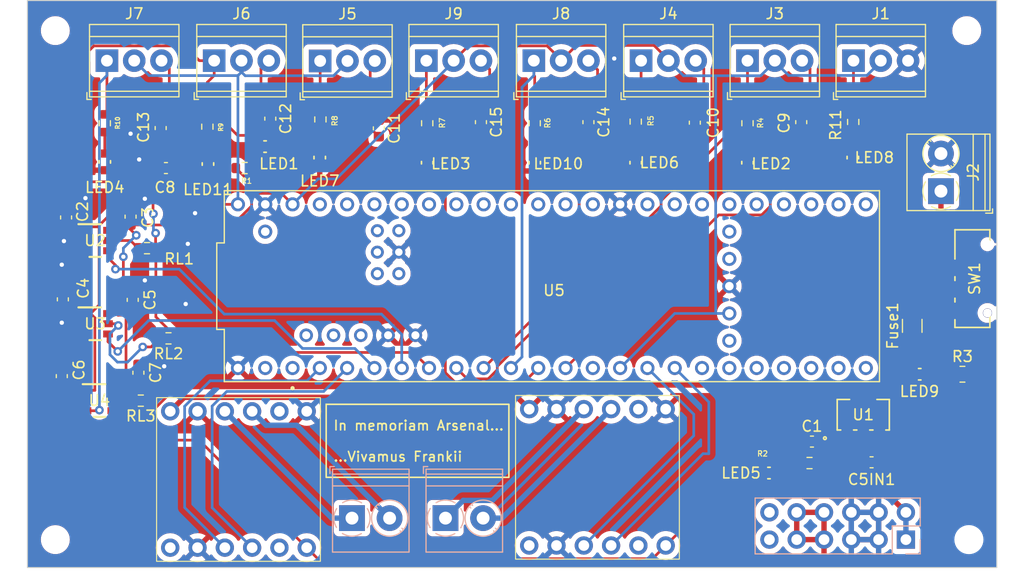
<source format=kicad_pcb>
(kicad_pcb (version 20221018) (generator pcbnew)
  (layers (0 "F.Cu" signal) (31 "B.Cu" signal) (34 "B.Paste" user) (35 "F.Paste" user) (36 "B.SilkS" user "B.Silkscreen") (37 "F.SilkS" user "F.Silkscreen") (38 "B.Mask" user) (39 "F.Mask" user) (44 "Edge.Cuts" user))
  (net 0 "")
  (net 1 "GND")
  (net 2 "+5V")
  (net 3 "+3.3V")
  (net 4 "+9V")
  (net 5 "Net-(J3-Pin_3)")
  (net 6 "Net-(J4-Pin_3)")
  (net 7 "Net-(J5-Pin_3)")
  (net 8 "Net-(J6-Pin_3)")
  (net 9 "Net-(J7-Pin_3)")
  (net 10 "Net-(J8-Pin_3)")
  (net 11 "Net-(J9-Pin_3)")
  (net 12 "+12V")
  (net 13 "Net-(Fuse1-Pad2)")
  (net 14 "SM")
  (net 15 "Net-(J2-Pad1)")
  (net 16 "LS1")
  (net 17 "LS2")
  (net 18 "IR5v1")
  (net 19 "IR5v2")
  (net 20 "IR5v3")
  (net 21 "LS3")
  (net 22 "LS4")
  (net 23 "RM1")
  (net 24 "RM2")
  (net 25 "LM1")
  (net 26 "LM2")
  (net 27 "Net-(LED1-Pad1)")
  (net 28 "Net-(LED2-Pad1)")
  (net 29 "Net-(LED3-Pad1)")
  (net 30 "Net-(LED4-Pad1)")
  (net 31 "Net-(LED5-Pad1)")
  (net 32 "Net-(LED6-Pad1)")
  (net 33 "Net-(LED7-Pad1)")
  (net 34 "Net-(LED8-Pad1)")
  (net 35 "Net-(LED9-Pad1)")
  (net 36 "Net-(LED10-Pad1)")
  (net 37 "Net-(LED11-Pad1)")
  (net 39 "IR3v1")
  (net 40 "IR3v2")
  (net 41 "IR3v3")
  (net 66 "RIN1")
  (net 67 "RIN2")
  (net 68 "LIN1")
  (net 69 "LIN2")
  (net 96 "Net-(U2-DIR)")
  (net 97 "Net-(U3-DIR)")
  (net 98 "Net-(U4-DIR)")
  (footprint "Resistor_SMD:R_0603_1608Metric" (layer "F.Cu") (at 145.8717 83.7661 90)
    (fp_text reference "R6")
    (fp_text value "68ohm")
  )
  (footprint "sn74 logic shifter:DBV0006A_L" (layer "F.Cu") (at 104.9717 94.6911)
    (fp_text reference "U2")
    (fp_text value "SN74LVC1T45DBVR")
  )
  (footprint "custom stuff:pololu drv8256p" (layer "F.Cu") (at 139.0117 116.7411 90)
    (fp_text reference "DRV8256P2" hide)
    (fp_text value "~")
  )
  (footprint "TerminalBlock_TE-Connectivity:TerminalBlock_TE_282834-3_1x03_P2.54mm_Horizontal" (layer "F.Cu") (at 116.0517 77.9411)
    (fp_text reference "J6")
    (fp_text value "Screw_Terminal_01x03")
  )
  (footprint "LTST_C191KRKT:LED_LTST-C191KRKT_LTO" (layer "F.Cu") (at 145.8717 87.4411 -90)
    (fp_text reference "LED10")
    (fp_text value "LTST-C191KRKT")
  )
  (footprint "LTST_C191KRKT:LED_LTST-C191KRKT_LTO" (layer "F.Cu") (at 175.4717 86.9664 -90)
    (fp_text reference "LED8")
    (fp_text value "LTST-C191KRKT")
  )
  (footprint "Resistor_SMD:R_0603_1608Metric" (layer "F.Cu") (at 109.225 109.6 180)
    (fp_text reference "RL3")
    (fp_text value "200")
  )
  (footprint "Capacitor_SMD:C_0603_1608Metric" (layer "F.Cu") (at 101.9717 100.1661 -90)
    (fp_text reference "C4")
    (fp_text value "0.1uF")
  )
  (footprint "css1210tb slide switch:CSS-1210TB_NDC" (layer "F.Cu") (at 186.5988 98.2362 90)
    (fp_text reference "SW1")
    (fp_text value "CSS-1210TB")
  )
  (footprint "MountingHole:MountingHole_2.2mm_M2" (layer "F.Cu") (at 186.0717 75.1411)
    (fp_text reference "H4" hide)
    (fp_text value "MountingHole")
  )
  (footprint "Resistor_SMD:R_0805_2012Metric" (layer "F.Cu") (at 185.6717 107.1411)
    (fp_text reference "R3")
    (fp_text value "350ohm")
  )
  (footprint "Capacitor_SMD:C_0603_1608Metric" (layer "F.Cu") (at 101.8717 107.3161 -90)
    (fp_text reference "C6")
    (fp_text value "0.1uF")
  )
  (footprint "LTST_C191KRKT:LED_LTST-C191KRKT_LTO" (layer "F.Cu") (at 135.8717 87.4411 -90)
    (fp_text reference "LED3")
    (fp_text value "LTST-C191KRKT")
  )
  (footprint "Capacitor_SMD:C_0603_1608Metric" (layer "F.Cu") (at 160.7717 83.7161 -90)
    (fp_text reference "C10")
    (fp_text value "0.1uF")
  )
  (footprint "TerminalBlock_TE-Connectivity:TerminalBlock_TE_282834-3_1x03_P2.54mm_Horizontal" (layer "F.Cu") (at 106.0717 77.9411)
    (fp_text reference "J7")
    (fp_text value "Screw_Terminal_01x03")
  )
  (footprint "Capacitor_SMD:C_0603_1608Metric" (layer "F.Cu") (at 140.8717 83.6661 -90)
    (fp_text reference "C15")
    (fp_text value "0.1uF")
  )
  (footprint "Capacitor_SMD:C_0603_1608Metric" (layer "F.Cu") (at 121.2717 83.3411 -90)
    (fp_text reference "C12")
    (fp_text value "0.1uF")
  )
  (footprint "TerminalBlock_TE-Connectivity:TerminalBlock_TE_282834-3_1x03_P2.54mm_Horizontal" (layer "F.Cu") (at 155.7717 77.9411)
    (fp_text reference "J4")
    (fp_text value "Screw_Terminal_01x03")
  )
  (footprint "MountingHole:MountingHole_2.2mm_M2" (layer "F.Cu") (at 101.2717 75.1411)
    (fp_text reference "H1" hide)
    (fp_text value "MountingHole")
  )
  (footprint "Resistor_SMD:R_0603_1608Metric" (layer "F.Cu") (at 125.9333 83.4137 90)
    (fp_text reference "R8")
    (fp_text value "150ohm")
  )
  (footprint "Resistor_SMD:R_0603_1608Metric" (layer "F.Cu") (at 175.5065 83.6487 90)
    (fp_text reference "R11")
    (fp_text value "68ohm")
  )
  (footprint "Capacitor_SMD:C_0603_1608Metric" (layer "F.Cu") (at 102.2717 92.5411 -90)
    (fp_text reference "C2")
    (fp_text value "0.1uF")
  )
  (footprint "Capacitor_SMD:C_0603_1608Metric" (layer "F.Cu") (at 171.6682 113.4125)
    (fp_text reference "C1")
    (fp_text value "0.1uF")
  )
  (footprint "Resistor_SMD:R_0603_1608Metric" (layer "F.Cu") (at 115.4161 84.0887 90)
    (fp_text reference "R9")
    (fp_text value "150ohm")
  )
  (footprint "LTST_C191KRKT:LED_LTST-C191KRKT_LTO" (layer "F.Cu") (at 167.6717 116.3411 180)
    (fp_text reference "LED5")
    (fp_text value "LTST-C191KRKT")
  )
  (footprint "Capacitor_SMD:C_0603_1608Metric" (layer "F.Cu") (at 109 107 90)
    (fp_text reference "C7")
    (fp_text value "0.1uF")
  )
  (footprint "TerminalBlock_TE-Connectivity:TerminalBlock_TE_282834-3_1x03_P2.54mm_Horizontal" (layer "F.Cu") (at 145.7917 77.9411)
    (fp_text reference "J8")
    (fp_text value "Screw_Terminal_01x03")
  )
  (footprint "Capacitor_SMD:C_0603_1608Metric" (layer "F.Cu") (at 131.3717 84.2414 -90)
    (fp_text reference "C11")
    (fp_text value "0.1uF")
  )
  (footprint "TerminalBlock_Phoenix:TerminalBlock_Phoenix_PT-1,5-2-3.5-H_1x02_P3.50mm_Horizontal" (layer "F.Cu") (at 183.6717 90.0911 90)
    (fp_text reference "J2")
    (fp_text value "Screw_Terminal_01x02")
  )
  (footprint "Capacitor_SMD:C_0603_1608Metric" (layer "F.Cu") (at 111.5617 87.9411 180)
    (fp_text reference "C8")
    (fp_text value "0.1uF")
  )
  (footprint "5vldo:SOT89_B8D_DIO" (layer "F.Cu") (at 176.4432 110.9125)
    (fp_text reference "U1")
    (fp_text value "AS78L05RTR-E1")
  )
  (footprint "Resistor_SMD:R_0603_1608Metric" (layer "F.Cu") (at 135.8717 83.7661 90)
    (fp_text reference "R7")
    (fp_text value "68ohm")
  )
  (footprint "Capacitor_SMD:C_0603_1608Metric" (layer "F.Cu") (at 111.0717 84.2161 -90)
    (fp_text reference "C13")
    (fp_text value "0.1uF")
  )
  (footprint "Capacitor_SMD:C_0603_1608Metric" (layer "F.Cu") (at 150.8717 83.6661 -90)
    (fp_text reference "C14")
    (fp_text value "0.1uF")
  )
  (footprint "sn74 logic shifter:DBV0006A_L" (layer "F.Cu") (at 104.9717 102.4411)
    (fp_text reference "U3")
    (fp_text value "SN74LVC1T45DBVR")
  )
  (footprint "Resistor_SMD:R_0603_1608Metric" (layer "F.Cu") (at 155.2717 83.6161 90)
    (fp_text reference "R5")
    (fp_text value "68ohm")
  )
  (footprint "sn74 logic shifter:DBV0006A_L" (layer "F.Cu") (at 105.3717 109.5911)
    (fp_text reference "U4")
    (fp_text value "SN74LVC1T45DBVR")
  )
  (footprint "Resistor_SMD:R_0603_1608Metric" (layer "F.Cu") (at 105.8717 83.7667 90)
    (fp_text reference "R10")
    (fp_text value "150ohm")
  )
  (footprint "TerminalBlock_TE-Connectivity:TerminalBlock_TE_282834-3_1x03_P2.54mm_Horizontal" (layer "F.Cu") (at 165.6717 77.9411)
    (fp_text reference "J3")
    (fp_text value "Screw_Terminal_01x03")
  )
  (footprint "LTST_C191KRKT:LED_LTST-C191KRKT_LTO" (layer "F.Cu") (at 105.8717 87.3664 -90)
    (fp_text reference "LED4")
    (fp_text value "LTST-C191KRKT")
  )
  (footprint "LTST_C191KRKT:LED_LTST-C191KRKT_LTO" (layer "F.Cu") (at 165.6717 87.4411 -90)
    (fp_text reference "LED2")
    (fp_text value "LTST-C191KRKT")
  )
  (footprint "MountingHole:MountingHole_2.2mm_M2" (layer "F.Cu") (at 186.2717 122.5411)
    (fp_text reference "H3" hide)
    (fp_text value "MountingHole")
  )
  (footprint "Resistor_SMD:R_0603_1608Metric" (layer "F.Cu") (at 171.4432 115.4125)
    (fp_text reference "R2")
    (fp_text value "150ohm")
  )
  (footprint "TerminalBlock_TE-Connectivity:TerminalBlock_TE_282834-3_1x03_P2.54mm_Horizontal" (layer "F.Cu") (at 125.9117 77.9664)
    (fp_text reference "J5")
    (fp_text value "Screw_Terminal_01x03")
  )
  (footprint "Capacitor_SMD:C_0603_1608Metric" (layer "F.Cu") (at 170.6717 83.6661 -90)
    (fp_text reference "C9")
    (fp_text value "0.1uF")
  )
  (footprint "TerminalBlock_TE-Connectivity:TerminalBlock_TE_282834-3_1x03_P2.54mm_Horizontal" (layer "F.Cu") (at 135.7917 77.9411)
    (fp_text reference "J9")
    (fp_text value "Screw_Terminal_01x03")
  )
  (footprint "Resistor_SMD:R_0603_1608Metric" (layer "F.Cu") (at 165.6717 83.7661 90)
    (fp_text reference "R4")
    (fp_text value "68ohm")
  )
  (footprint "Capacitor_SMD:C_0603_1608Metric" (layer "F.Cu") (at 177.2182 115.3411 180)
    (fp_text reference "C5IN1")
    (fp_text value "0.33uF")
  )
  (footprint "DEV-16771:MODULE_DEV-16771" (layer "F.Cu") (at 147.4717 98.9411)
    (fp_text reference "U5")
    (fp_text value "DEV-16771")
  )
  (footprint "custom stuff:pololu drv8256p" (layer "F.Cu") (at 105.6117 116.9411 90)
    (fp_text reference "DRV8256P1" hide)
    (fp_text value "~")
  )
  (footprint "Resistor_SMD:R_0603_1608Metric" (layer "F.Cu") (at 109.8 95.4 180)
    (fp_text reference "RL1")
    (fp_text value "200")
  )
  (footprint "Capacitor_SMD:C_0603_1608Metric" (layer "F.Cu") (at 108.4717 100.2161 90)
    (fp_text reference "C5")
    (fp_text value "0.1uF")
  )
  (footprint "LTST_C191KRKT:LED_LTST-C191KRKT_LTO" (layer "F.Cu") (at 125.8717 86.9664 -90)
    (fp_text reference "LED7")
    (fp_text value "LTST-C191KRKT")
  )
  (footprint "LTST_C191KRKT:LED_LTST-C191KRKT_LTO" (layer "F.Cu") (at 120.787 85.9411)
    (fp_text reference "LED1")
    (fp_text value "LTST-C191KRKT")
  )
  (footprint "Resistor_SMD:R_0603_1608Metric" (layer "F.Cu") (at 111.8 103.8 180)
    (fp_text reference "RL2")
    (fp_text value "200")
  )
  (footprint "Fuse:Fuse_1206_3216Metric" (layer "F.Cu") (at 180.9988 102.6362 90)
    (fp_text reference "Fuse1")
    (fp_text value "12amps")
  )
  (footprint "LTST_C191KRKT:LED_LTST-C191KRKT_LTO" (layer "F.Cu") (at 181.697 107.1411 180)
    (fp_text reference "LED9")
    (fp_text value "LTST-C191KRKT")
  )
  (footprint "LTST_C191KRKT:LED_LTST-C191KRKT_LTO" (layer "F.Cu") (at 155.2717 87.4411 -90)
    (fp_text reference "LED6")
    (fp_text value "LTST-C191KRKT")
  )
  (footprint "LTST_C191KRKT:LED_LTST-C191KRKT_LTO" (layer "F.Cu") (at 115.4717 87.5664 -90)
    (fp_text reference "LED11")
    (fp_text value "LTST-C191KRKT")
  )
  (footprint "Capacitor_SMD:C_0603_1608Metric" (layer "F.Cu") (at 108.2717 92.4661 90)
    (fp_text reference "C3")
    (fp_text value "0.1uF")
  )
  (footprint "Resistor_SMD:R_0603_1608Metric" (layer "F.Cu") (at 118.8867 87.9411 180)
    (fp_text reference "R1")
    (fp_text value "68ohm")
  )
  (footprint "TerminalBlock_TE-Connectivity:TerminalBlock_TE_282834-3_1x03_P2.54mm_Horizontal" (layer "F.Cu") (at 175.5317 77.9411)
    (fp_text reference "J1")
    (fp_text value "Screw_Terminal_01x03")
  )
  (footprint "MountingHole:MountingHole_2.2mm_M2" (layer "F.Cu") (at 101.2717 122.5411)
    (fp_text reference "H2" hide)
    (fp_text value "MountingHole")
  )
  (footprint "TerminalBlock_Phoenix:TerminalBlock_Phoenix_PT-1,5-2-3.5-H_1x02_P3.50mm_Horizontal" (layer "B.Cu") (at 137.5717 120.5411)
    (fp_text reference "J10" hide)
    (fp_text value "Screw_Terminal_01x02" hide)
  )
  (footprint "TerminalBlock_Phoenix:TerminalBlock_Phoenix_PT-1,5-2-3.5-H_1x02_P3.50mm_Horizontal" (layer "B.Cu") (at 128.8717 120.5411)
    (fp_text reference "J11" hide)
    (fp_text value "Screw_Terminal_01x02" hide)
  )
  (footprint "Connector_PinHeader_2.54mm:PinHeader_2x06_P2.54mm_Vertical" (layer "B.Cu") (at 180.4117 122.5411 90)
    (fp_text reference "PowerRegulator1" hide)
    (fp_text value "~")
  )
  (gr_rect (start 126.4717 109.9411) (end 143.4717 116.7411) (stroke (width 0.15)) (fill none) (layer "F.SilkS"))
  (gr_rect (start 98.6717 72.3411) (end 188.8717 125.1411) (stroke (width 0.1)) (fill none) (layer "Edge.Cuts"))
  (gr_text "In memoriam Arsenal...\n\n...Vivamus Frankii" (at 127.0717 115.3411) (layer "F.SilkS") (effects (font (size 0.9 0.9)) (justify left bottom)))
  (via (at 153.2717 77.7411) (size 0.8) (drill 0.4) (layers "F.Cu" "B.Cu") (net 1))
  (via (at 109.0717 87.1411) (size 0.8) (drill 0.4) (layers "F.Cu" "B.Cu") (net 1))
  (via (at 111.4 106.4) (size 0.8) (drill 0.4) (layers "F.Cu" "B.Cu") (net 1))
  (via (at 104.0717 90.7411) (size 0.8) (drill 0.4) (layers "F.Cu" "B.Cu") (net 1))
  (via (at 113.6 95) (size 0.8) (drill 0.4) (layers "F.Cu" "B.Cu") (net 1))
  (via (at 101.8717 96.9411) (size 0.8) (drill 0.4) (layers "F.Cu" "B.Cu") (net 1))
  (via (at 113.4 100.6) (size 0.8) (drill 0.4) (layers "F.Cu" "B.Cu") (net 1))
  (via (at 102.0717 94.7411) (size 0.8) (drill 0.4) (layers "F.Cu" "B.Cu") (net 1))
  (via (at 109.6 98.4) (size 0.8) (drill 0.4) (layers "F.Cu" "B.Cu") (net 1))
  (via (at 114.2717 92.1411) (size 0.8) (drill 0.4) (layers "F.Cu" "B.Cu") (net 1))
  (via (at 108.2717 84.7411) (size 0.8) (drill 0.4) (layers "F.Cu" "B.Cu") (net 1))
  (via (at 101.8717 102.3411) (size 0.8) (drill 0.4) (layers "F.Cu" "B.Cu") (net 1))
  (via (at 109.6 90.8) (size 0.8) (drill 0.4) (layers "F.Cu" "B.Cu") (net 1))
  (segment (start 102.4448 100.9411) (end 102.9948 101.4911) (width 0.25) (layer "F.Cu") (net 2))
  (segment (start 171.4651 114.6094) (end 172.2682 115.4125) (width 0.25) (layer "F.Cu") (net 2))
  (segment (start 110.625 101.8) (end 110.625 95.4) (width 0.25) (layer "F.Cu") (net 2))
  (segment (start 101.8717 111.1411) (end 101.8717 108.0911) (width 0.25) (layer "F.Cu") (net 2))
  (segment (start 104.5486 101.4911) (end 105.3458 100.6939) (width 0.25) (layer "F.Cu") (net 2))
  (segment (start 102.696699 93.741099) (end 102.2717 93.3161) (width 0.25) (layer "F.Cu") (net 2))
  (segment (start 166.5434 114.6094) (end 171.4651 114.6094) (width 0.25) (layer "F.Cu") (net 2))
  (segment (start 105.3458 93.4642) (end 105.2967 93.4151) (width 0.25) (layer "F.Cu") (net 2))
  (segment (start 112.3367 87.9411) (end 110.3618 89.916) (width 0.25) (layer "F.Cu") (net 2))
  (segment (start 104.9486 108.6411) (end 104.9486 101.8911) (width 0.25) (layer "F.Cu") (net 2))
  (segment (start 103.7717 93.741099) (end 102.696699 93.741099) (width 0.25) (layer "F.Cu") (net 2))
  (segment (start 110.6 94) (end 110.6 94.975) (width 0.25) (layer "F.Cu") (net 2))
  (segment (start 104.0094 113.2788) (end 101.8717 111.1411) (width 0.25) (layer "F.Cu") (net 2))
  (segment (start 101.9717 100.9411) (end 102.4448 100.9411) (width 0.25) (layer "F.Cu") (net 2))
  (segment (start 101.8717 108.0911) (end 102.4217 108.6411) (width 0.25) (layer "F.Cu") (net 2))
  (segment (start 125.6907 124.3201) (end 156.8327 124.3201) (width 0.25) (layer "F.Cu") (net 2))
  (segment (start 158.0617 123.0911) (end 166.5434 114.6094) (width 0.25) (layer "F.Cu") (net 2))
  (segment (start 103.7717 93.7411) (end 103.7717 93.4151) (width 0.25) (layer "F.Cu") (net 2))
  (segment (start 172.4432 113.4125) (end 172.4432 113.6313) (width 0.25) (layer "F.Cu") (net 2))
  (segment (start 173.8435 113.4125) (end 174.3496 112.9064) (width 0.25) (layer "F.Cu") (net 2))
  (segment (start 172.4432 113.6313) (end 171.4651 114.6094) (width 0.25) (layer "F.Cu") (net 2))
  (segment (start 110.625 95.4) (end 110.65 95.425) (width 0.25) (layer "F.Cu") (net 2))
  (segment (start 102.4217 108.6411) (end 104.9486 108.6411) (width 0.25) (layer "F.Cu") (net 2))
  (segment (start 124.6617 123.2911) (end 125.6907 124.3201) (width 0.25) (layer "F.Cu") (net 2))
  (segment (start 105.2967 93.3338) (end 105.2967 93.4151) (width 0.25) (layer "F.Cu") (net 2))
  (segment (start 105.3458 100.6939) (end 105.3458 93.4642) (width 0.25) (layer "F.Cu") (net 2))
  (segment (start 172.4432 113.4125) (end 173.8435 113.4125) (width 0.25) (layer "F.Cu") (net 2))
  (segment (start 118.2617 91.3211) (end 115.7167 91.3211) (width 0.25) (layer "F.Cu") (net 2))
  (segment (start 114.6494 113.2788) (end 104.0094 113.2788) (width 0.25) (layer "F.Cu") (net 2))
  (segment (start 112.625 103.8) (end 112.625 107.025) (width 0.25) (layer "F.Cu") (net 2))
  (segment (start 105.2967 93.4151) (end 103.7717 93.4151) (width 0.25) (layer "F.Cu") (net 2))
  (segment (start 104.9486 101.8911) (end 104.5486 101.4911) (width 0.25) (layer "F.Cu") (net 2))
  (segment (start 110.6 94.975) (end 110.625 95) (width 0.25) (layer "F.Cu") (net 2))
  (segment (start 156.8327 124.3201) (end 158.0617 123.0911) (width 0.25) (layer "F.Cu") (net 2))
  (segment (start 112.625 107.025) (end 110.05 109.6) (width 0.25) (layer "F.Cu") (net 2))
  (segment (start 115.7167 91.3211) (end 112.3367 87.9411) (width 0.25) (layer "F.Cu") (net 2))
  (segment (start 103.7717 101.4911) (end 104.5486 101.4911) (width 0.25) (layer "F.Cu") (net 2))
  (segment (start 112.625 103.8) (end 110.625 101.8) (width 0.25) (layer "F.Cu") (net 2))
  (segment (start 108.7145 89.916) (end 105.2967 93.3338) (width 0.25) (layer "F.Cu") (net 2))
  (segment (start 110.3618 89.916) (end 108.7145 89.916) (width 0.25) (layer "F.Cu") (net 2))
  (segment (start 110.3618 89.916) (end 110.3618 92.1618) (width 0.25) (layer "F.Cu") (net 2))
  (segment (start 103.7717 101.4911) (end 102.9948 101.4911) (width 0.25) (layer "F.Cu") (net 2))
  (segment (start 124.6617 123.2911) (end 114.6494 113.2788) (width 0.25) (layer "F.Cu") (net 2))
  (segment (start 174.9432 112.9064) (end 174.3496 112.9064) (width 0.25) (layer "F.Cu") (net 2))
  (segment (start 110.3618 92.1618) (end 110.4 92.2) (width 0.25) (layer "F.Cu") (net 2))
  (via (at 110.4 92.2) (size 0.8) (drill 0.4) (layers "F.Cu" "B.Cu") (net 2))
  (via (at 110.6 94) (size 0.8) (drill 0.4) (layers "F.Cu" "B.Cu") (net 2))
  (segment (start 118.2617 79.3303) (end 118.5917 79.0003) (width 0.25) (layer "B.Cu") (net 2))
  (segment (start 110.4 93.8) (end 110.6 94) (width 0.25) (layer "B.Cu") (net 2))
  (segment (start 118.2617 91.3211) (end 118.2617 79.3303) (width 0.25) (layer "B.Cu") (net 2))
  (segment (start 118.5917 79.0003) (end 118.5917 77.9411) (width 0.25) (layer "B.Cu") (net 2))
  (segment (start 110.4 92.2) (end 110.4 93.8) (width 0.25) (layer "B.Cu") (net 2))
  (segment (start 118.9347 79.3433) (end 118.5917 79.0003) (width 0.25) (layer "B.Cu") (net 2))
  (segment (start 128.4517 77.9664) (end 128.4517 78.0524) (width 0.25) (layer "B.Cu") (net 2))
  (segment (start 127.1608 79.3433) (end 118.9347 79.3433) (width 0.25) (layer "B.Cu") (net 2))
  (segment (start 118.2617 79.3303) (end 110.0009 79.3303) (width 0.25) (layer "B.Cu") (net 2))
  (segment (start 110.0009 79.3303) (end 108.6117 77.9411) (width 0.25) (layer "B.Cu") (net 2))
  (segment (start 128.4517 78.0524) (end 127.1608 79.3433) (width 0.25) (layer "B.Cu") (net 2))
  (segment (start 123.3417 91.3211) (end 122.3166 90.296) (width 0.25) (layer "F.Cu") (net 3))
  (segment (start 147.0267 76.5642) (end 148.3677 77.9051) (width 0.25) (layer "F.Cu") (net 3))
  (segment (start 156.9757 76.5191) (end 149.7537 76.5191) (width 0.25) (layer "F.Cu") (net 3))
  (segment (start 108.2717 93.6717) (end 108.8 94.2) (width 0.25) (layer "F.Cu") (net 3))
  (segment (start 107.8199 101.6429) (end 107.1004 101.6429) (width 0.25) (layer "F.Cu") (net 3))
  (segment (start 107.8199 101.6429) (end 108.4717 100.9911) (width 0.25) (layer "F.Cu") (net 3))
  (segment (start 149.7537 76.5191) (end 148.3677 77.9051) (width 0.25) (layer "F.Cu") (net 3))
  (segment (start 107.6 96.2) (end 107.6 100.1194) (width 0.25) (layer "F.Cu") (net 3))
  (segment (start 108.2717 93.2411) (end 117.7668 93.2411) (width 0.25) (layer "F.Cu") (net 3))
  (segment (start 107.9897 108) (end 107.8486 108.1411) (width 0.25) (layer "F.Cu") (net 3))
  (segment (start 119.5317 90.296) (end 119.5317 89.4111) (width 0.25) (layer "F.Cu") (net 3))
  (segment (start 122.3166 90.296) (end 119.5317 90.296) (width 0.25) (layer "F.Cu") (net 3))
  (segment (start 158.3117 77.8551) (end 156.9757 76.5191) (width 0.25) (layer "F.Cu") (net 3))
  (segment (start 107.8486 108.1411) (end 107.3486 108.6411) (width 0.25) (layer "F.Cu") (net 3))
  (segment (start 117.7668 93.2411) (end 119.5317 91.4762) (width 0.25) (layer "F.Cu") (net 3))
  (segment (start 107.6 100.1194) (end 108.4717 100.9911) (width 0.25) (layer "F.Cu") (net 3))
  (segment (start 107.1004 101.6429) (end 106.9486 101.4911) (width 0.25) (layer "F.Cu") (net 3))
  (segment (start 148.3677 77.9051) (end 148.3317 77.9411) (width 0.25) (layer "F.Cu") (net 3))
  (segment (start 106.1717 101.4911) (end 106.9486 101.4911) (width 0.25) (layer "F.Cu") (net 3))
  (segment (start 139.7086 76.5642) (end 147.0267 76.5642) (width 0.25) (layer "F.Cu") (net 3))
  (segment (start 107.8486 108.1411) (end 107.8486 101.6716) (width 0.25) (layer "F.Cu") (net 3))
  (segment (start 106.5717 108.6411) (end 107.3486 108.6411) (width 0.25) (layer "F.Cu") (net 3))
  (segment (start 108.775 108) (end 107.9897 108) (width 0.25) (layer "F.Cu") (net 3))
  (segment (start 109 107.775) (end 108.775 108) (width 0.25) (layer "F.Cu") (net 3))
  (segment (start 107.6108 93.7411) (end 108.1108 93.2411) (width 0.25) (layer "F.Cu") (net 3))
  (segment (start 108.1108 93.2411) (end 108.2717 93.2411) (width 0.25) (layer "F.Cu") (net 3))
  (segment (start 106.9486 93.7411) (end 107.6108 93.7411) (width 0.25) (layer "F.Cu") (net 3))
  (segment (start 107.8486 101.6716) (end 107.8199 101.6429) (width 0.25) (layer "F.Cu") (net 3))
  (segment (start 158.3117 77.9411) (end 158.3117 77.8551) (width 0.25) (layer "F.Cu") (net 3))
  (segment (start 119.5317 91.4762) (end 119.5317 90.296) (width 0.25) (layer "F.Cu") (net 3))
  (segment (start 138.3317 77.9411) (end 139.7086 76.5642) (width 0.25) (layer "F.Cu") (net 3))
  (segment (start 106.1717 93.7411) (end 106.9486 93.7411) (width 0.25) (layer "F.Cu") (net 3))
  (segment (start 119.5317 89.4111) (end 118.0617 87.9411) (width 0.25) (layer "F.Cu") (net 3))
  (segment (start 108.2717 93.2411) (end 108.2717 93.6717) (width 0.25) (layer "F.Cu") (net 3))
  (via (at 108.8 94.2) (size 0.8) (drill 0.4) (layers "F.Cu" "B.Cu") (net 3))
  (via (at 107.6 96.2) (size 0.8) (drill 0.4) (layers "F.Cu" "B.Cu") (net 3))
  (segment (start 127.4086 88.9519) (end 125.7109 88.9519) (width 0.25) (layer "B.Cu") (net 3))
  (segment (start 178.0717 77.9411) (end 178.0717 78.0271) (width 0.25) (layer "B.Cu") (net 3))
  (segment (start 162.7117 79.3432) (end 166.8974 79.3432) (width 0.25) (layer "B.Cu") (net 3))
  (segment (start 168.2117 78.0289) (end 168.2117 77.9411) (width 0.25) (layer "B.Cu") (net 3))
  (segment (start 169.5008 79.318) (end 168.2117 78.0289) (width 0.25) (layer "B.Cu") (net 3))
  (segment (start 158.3117 77.9411) (end 159.7138 79.3432) (width 0.25) (layer "B.Cu") (net 3))
  (segment (start 163.9817 101.4811) (end 162.7117 101.4811) (width 0.25) (layer "B.Cu") (net 3))
  (segment (start 162.7117 101.4811) (end 158.9017 101.4811) (width 0.25) (layer "B.Cu") (net 3))
  (segment (start 108.8 94.2) (end 107.6 95.4) (width 0.25) (layer "B.Cu") (net 3))
  (segment (start 158.9017 101.4811) (end 153.8217 106.5611) (width 0.25) (layer "B.Cu") (net 3))
  (segment (start 162.7117 79.3432) (end 162.7117 101.4811) (width 0.25) (layer "B.Cu") (net 3))
  (segment (start 178.0717 78.0271) (end 176.7808 79.318) (width 0.25) (layer "B.Cu") (net 3))
  (segment (start 176.7808 79.318) (end 169.5008 79.318) (width 0.25) (layer "B.Cu") (net 3))
  (segment (start 107.6 95.4) (end 107.6 96.2) (width 0.25) (layer "B.Cu") (net 3))
  (segment (start 159.7138 79.3432) (end 162.7117 79.3432) (width 0.25) (layer "B.Cu") (net 3))
  (segment (start 138.3317 78.0288) (end 127.4086 88.9519) (width 0.25) (layer "B.Cu") (net 3))
  (segment (start 138.3317 77.9411) (end 138.3317 78.0288) (width 0.25) (layer "B.Cu") (net 3))
  (segment (start 166.8974 79.3432) (end 168.2117 78.0289) (width 0.25) (layer "B.Cu") (net 3))
  (segment (start 125.7109 88.9519) (end 123.3417 91.3211) (width 0.25) (layer "B.Cu") (net 3))
  (segment (start 147.6117 108.1411) (end 145.3617 110.3911) (width 0.5) (layer "F.Cu") (net 4))
  (segment (start 177.483196 108.1411) (end 147.6117 108.1411) (width 0.5) (layer "F.Cu") (net 4))
  (segment (start 186.5842 107.1411) (end 180.8189 112.9064) (width 0.5) (layer "F.Cu") (net 4))
  (segment (start 177.9432 112.9064) (end 177.9432 108.601104) (width 0.5) (layer "F.Cu") (net 4))
  (segment (start 177.9432 112.9064) (end 177.9432 115.2911) (width 0.5) (layer "F.Cu") (net 4))
  (segment (start 180.8189 112.9064) (end 177.9432 112.9064) (width 0.5) (layer "F.Cu") (net 4))
  (segment (start 177.9432 108.601104) (end 177.483196 108.1411) (width 0.5) (layer "F.Cu") (net 4))
  (segment (start 144.2617 109.2911) (end 145.3617 110.3911) (width 0.5) (layer "F.Cu") (net 4))
  (segment (start 111.9617 110.5911) (end 113.2617 109.2911) (width 0.5) (layer "F.Cu") (net 4))
  (segment (start 177.9932 115.3411) (end 177.9932 117.5826) (width 0.5) (layer "F.Cu") (net 4))
  (segment (start 177.9432 115.2911) (end 177.9932 115.3411) (width 0.5) (layer "F.Cu") (net 4))
  (segment (start 113.2617 109.2911) (end 144.2617 109.2911) (width 0.5) (layer "F.Cu") (net 4))
  (segment (start 177.9932 117.5826) (end 180.4117 120.0011) (width 0.5) (layer "F.Cu") (net 4))
  (segment (start 180.4117 120.0011) (end 180.4117 122.5411) (width 0.5) (layer "B.Cu") (net 4))
  (segment (start 170.6717 84.4411) (end 171.4874 83.6254) (width 0.25) (layer "F.Cu") (net 5))
  (segment (start 171.4874 83.6254) (end 171.4874 78.6768) (width 0.25) (layer "F.Cu") (net 5))
  (segment (start 171.4874 78.6768) (end 170.7517 77.9411) (width 0.25) (layer "F.Cu") (net 5))
  (segment (start 161.6055 78.6949) (end 160.8517 77.9411) (width 0.25) (layer "F.Cu") (net 6))
  (segment (start 160.7717 84.4911) (end 161.6055 83.6573) (width 0.25) (layer "F.Cu") (net 6))
  (segment (start 161.6055 83.6573) (end 161.6055 78.6949) (width 0.25) (layer "F.Cu") (net 6))
  (segment (start 130.5672 84.2119) (end 130.5672 78.3909) (width 0.25) (layer "F.Cu") (net 7))
  (segment (start 131.3717 85.0164) (end 130.5672 84.2119) (width 0.25) (layer "F.Cu") (net 7))
  (segment (start 130.5672 78.3909) (end 130.9917 77.9664) (width 0.25) (layer "F.Cu") (net 7))
  (segment (start 121.2717 84.1161) (end 120.4038 83.2482) (width 0.25) (layer "F.Cu") (net 8))
  (segment (start 120.4038 83.2482) (end 120.4038 78.669) (width 0.25) (layer "F.Cu") (net 8))
  (segment (start 120.4038 78.669) (end 121.1317 77.9411) (width 0.25) (layer "F.Cu") (net 8))
  (segment (start 111.0717 84.9911) (end 111.8764 84.1864) (width 0.25) (layer "F.Cu") (net 9))
  (segment (start 111.8764 78.6658) (end 111.1517 77.9411) (width 0.25) (layer "F.Cu") (net 9))
  (segment (start 111.8764 84.1864) (end 111.8764 78.6658) (width 0.25) (layer "F.Cu") (net 9))
  (segment (start 151.7222 78.7916) (end 150.8717 77.9411) (width 0.25) (layer "F.Cu") (net 10))
  (segment (start 151.7222 83.5906) (end 151.7222 78.7916) (width 0.25) (layer "F.Cu") (net 10))
  (segment (start 150.8717 84.4411) (end 151.7222 83.5906) (width 0.25) (layer "F.Cu") (net 10))
  (segment (start 140.8717 84.4411) (end 141.6818 83.631) (width 0.25) (layer "F.Cu") (net 11))
  (segment (start 141.6818 78.7512) (end 140.8717 77.9411) (width 0.25) (layer "F.Cu") (net 11))
  (segment (start 141.6818 83.631) (end 141.6818 78.7512) (width 0.25) (layer "F.Cu") (net 11))
  (segment (start 170.2517 122.5411) (end 172.7917 122.5411) (width 0.5) (layer "F.Cu") (net 12))
  (segment (start 183.0717 123.478358) (end 183.0717 118.5411) (width 0.5) (layer "F.Cu") (net 12))
  (segment (start 181.3037 104.3411) (end 180.9988 104.0362) (width 0.5) (layer "F.Cu") (net 12))
  (segment (start 188.0717 113.5411) (end 188.0717 104.3411) (width 0.5) (layer "F.Cu") (net 12))
  (segment (start 172.7917 122.5411) (end 172.7917 124.0611) (width 0.5) (layer "F.Cu") (net 12))
  (segment (start 173.0717 124.3411) (end 182.2717 124.3411) (width 0.5) (layer "F.Cu") (net 12))
  (segment (start 182.2717 124.278358) (end 183.0717 123.478358) (width 0.5) (layer "F.Cu") (net 12))
  (segment (start 188.0717 104.3411) (end 181.3037 104.3411) (width 0.5) (layer "F.Cu") (net 12))
  (segment (start 172.7917 120.0011) (end 172.7917 122.5411) (width 0.5) (layer "F.Cu") (net 12))
  (segment (start 172.7917 124.0611) (end 173.0717 124.3411) (width 0.5) (layer "F.Cu") (net 12))
  (segment (start 183.0717 118.5411) (end 188.0717 113.5411) (width 0.5) (layer "F.Cu") (net 12))
  (segment (start 182.2717 124.3411) (end 182.2717 124.278358) (width 0.5) (layer "F.Cu") (net 12))
  (segment (start 170.2517 120.0011) (end 172.7917 120.0011) (width 0.5) (layer "F.Cu") (net 12))
  (segment (start 170.2517 120.0011) (end 170.2517 122.5411) (width 0.5) (layer "F.Cu") (net 12))
  (segment (start 180.9988 101.2362) (end 184.248925 101.2362) (width 0.5) (layer "F.Cu") (net 13))
  (segment (start 184.248925 101.2362) (end 184.2493 101.236575) (width 0.5) (layer "F.Cu") (net 13))
  (segment (start 167.7917 91.5033) (end 167.7917 90.5385) (width 0.25) (layer "F.Cu") (net 14))
  (segment (start 175.5317 77.9411) (end 175.5317 82.7985) (width 0.25) (layer "F.Cu") (net 14))
  (segment (start 166.9879 92.3071) (end 167.7917 91.5033) (width 0.25) (layer "F.Cu") (net 14))
  (segment (start 148.7417 106.5611) (end 162.9957 92.3071) (width 0.25) (layer "F.Cu") (net 14))
  (segment (start 175.5317 82.7985) (end 175.5065 82.8237) (width 0.25) (layer "F.Cu") (net 14))
  (segment (start 167.7917 90.5385) (end 175.5065 82.8237) (width 0.25) (layer "F.Cu") (net 14))
  (segment (start 162.9957 92.3071) (end 166.9879 92.3071) (width 0.25) (layer "F.Cu") (net 14))
  (segment (start 182.366925 99.236325) (end 184.2493 99.236325) (width 0.5) (layer "F.Cu") (net 15))
  (segment (start 181.4717 98.3411) (end 182.366925 99.236325) (width 0.5) (layer "F.Cu") (net 15))
  (segment (start 183.6717 90.0911) (end 183.6717 91.9411) (width 0.5) (layer "F.Cu") (net 15))
  (segment (start 183.6717 91.9411) (end 181.4717 94.1411) (width 0.5) (layer "F.Cu") (net 15))
  (segment (start 181.4717 94.1411) (end 181.4717 98.3411) (width 0.5) (layer "F.Cu") (net 15))
  (segment (start 141.5456 107.5711) (end 139.5917 107.5711) (width 0.25) (layer "F.Cu") (net 16))
  (segment (start 142.3917 106.725) (end 141.5456 107.5711) (width 0.25) (layer "F.Cu") (net 16))
  (segment (start 139.5917 107.5711) (end 138.5817 106.5611) (width 0.25) (layer "F.Cu") (net 16))
  (segment (start 165.6717 82.9411) (end 157.6317 90.9811) (width 0.25) (layer "F.Cu") (net 16))
  (segment (start 155.2083 93.5917) (end 142.3917 106.4083) (width 0.25) (layer "F.Cu") (net 16))
  (segment (start 142.3917 106.4083) (end 142.3917 106.725) (width 0.25) (layer "F.Cu") (net 16))
  (segment (start 155.5113 93.5917) (end 155.2083 93.5917) (width 0.25) (layer "F.Cu") (net 16))
  (segment (start 157.6317 91.4713) (end 155.5113 93.5917) (width 0.25) (layer "F.Cu") (net 16))
  (segment (start 165.6717 77.9411) (end 165.6717 82.9411) (width 0.25) (layer "F.Cu") (net 16))
  (segment (start 157.6317 90.9811) (end 157.6317 91.4713) (width 0.25) (layer "F.Cu") (net 16))
  (segment (start 155.7717 82.2911) (end 155.2717 82.7911) (width 0.25) (layer "F.Cu") (net 17))
  (segment (start 150.0117 88.0511) (end 155.2717 82.7911) (width 0.25) (layer "F.Cu") (net 17))
  (segment (start 150.0117 97.6711) (end 150.0117 88.0511) (width 0.25) (layer "F.Cu") (net 17))
  (segment (start 155.7717 77.9411) (end 155.7717 82.2911) (width 0.25) (layer "F.Cu") (net 17))
  (segment (start 141.1217 106.5611) (end 150.0117 97.6711) (width 0.25) (layer "F.Cu") (net 17))
  (segment (start 107.8717 89.2182) (end 103.2058 89.2182) (width 0.25) (layer "F.Cu") (net 18))
  (segment (start 100.9717 95.6411) (end 103.7717 95.6411) (width 0.25) (layer "F.Cu") (net 18))
  (segment (start 118.2281 84.8981) (end 117.4964 84.1664) (width 0.25) (layer "F.Cu") (net 18))
  (segment (start 112.0717 85.9411) (end 108.4717 85.9411) (width 0.25) (layer "F.Cu") (net 18))
  (segment (start 125.9117 82.5671) (end 125.9333 82.5887) (width 0.25) (layer "F.Cu") (net 18))
  (segment (start 103.2058 89.2182) (end 100.9487 91.4753) (width 0.25) (layer "F.Cu") (net 18))
  (segment (start 100.9487 95.6181) (end 100.9717 95.6411) (width 0.25) (layer "F.Cu") (net 18))
  (segment (start 108.4717 85.9411) (end 107.8717 86.5411) (width 0.25) (layer "F.Cu") (net 18))
  (segment (start 113.3024 84.7104) (end 112.0717 85.9411) (width 0.25) (layer "F.Cu") (net 18))
  (segment (start 125.9117 82.5671) (end 123.5807 84.8981) (width 0.25) (layer "F.Cu") (net 18))
  (segment (start 107.8717 86.5411) (end 107.8717 89.2182) (width 0.25) (layer "F.Cu") (net 18))
  (segment (start 117.4964 84.1664) (end 113.3024 84.1664) (width 0.25) (layer "F.Cu") (net 18))
  (segment (start 125.9117 77.9664) (end 125.9117 82.5671) (width 0.25) (layer "F.Cu") (net 18))
  (segment (start 123.5807 84.8981) (end 118.2281 84.8981) (width 0.25) (layer "F.Cu") (net 18))
  (segment (start 113.3024 84.1664) (end 113.3024 84.7104) (width 0.25) (layer "F.Cu") (net 18))
  (segment (start 100.9487 91.4753) (end 100.9487 95.6181) (width 0.25) (layer "F.Cu") (net 18))
  (segment (start 100.4765 80.9432) (end 104.8555 76.5642) (width 0.25) (layer "F.Cu") (net 19))
  (segment (start 115.4161 79.9536) (end 115.4161 83.2637) (width 0.25) (layer "F.Cu") (net 19))
  (segment (start 100.4765 102.7459) (end 100.4765 80.9432) (width 0.25) (layer "F.Cu") (net 19))
  (segment (start 101.1217 103.3911) (end 100.4765 102.7459) (width 0.25) (layer "F.Cu") (net 19))
  (segment (start 113.2979 76.5642) (end 114.6748 77.9411) (width 0.25) (layer "F.Cu") (net 19))
  (segment (start 116.0517 77.9411) (end 116.0517 79.318) (width 0.25) (layer "F.Cu") (net 19))
  (segment (start 116.0517 79.318) (end 115.4161 79.9536) (width 0.25) (layer "F.Cu") (net 19))
  (segment (start 103.7717 103.3911) (end 101.1217 103.3911) (width 0.25) (layer "F.Cu") (net 19))
  (segment (start 104.8555 76.5642) (end 113.2979 76.5642) (width 0.25) (layer "F.Cu") (net 19))
  (segment (start 114.6748 77.9411) (end 116.0517 77.9411) (width 0.25) (layer "F.Cu") (net 19))
  (segment (start 104.1717 110.5411) (end 105.3126 110.5411) (width 0.25) (layer "F.Cu") (net 20))
  (segment (start 106.0717 77.9411) (end 106.0717 82.7417) (width 0.25) (layer "F.Cu") (net 20))
  (segment (start 105.3126 110.5411) (end 105.3717 110.482) (width 0.25) (layer "F.Cu") (net 20))
  (segment (start 106.0717 82.7417) (end 105.8717 82.9417) (width 0.25) (layer "F.Cu") (net 20))
  (via (at 105.3717 110.482) (size 0.8) (drill 0.4) (layers "F.Cu" "B.Cu") (net 20))
  (segment (start 106.0717 79.318) (end 105.3717 80.018) (width 0.25) (layer "B.Cu") (net 20))
  (segment (start 105.3717 80.018) (end 105.3717 110.482) (width 0.25) (layer "B.Cu") (net 20))
  (segment (start 106.0717 77.9411) (end 106.0717 79.318) (width 0.25) (layer "B.Cu") (net 20))
  (segment (start 145.8717 79.398) (end 145.8717 82.9411) (width 0.25) (layer "F.Cu") (net 21))
  (segment (start 145.7917 79.318) (end 145.8717 79.398) (width 0.25) (layer "F.Cu") (net 21))
  (segment (start 145.7917 77.9411) (end 145.7917 79.318) (width 0.25) (layer "F.Cu") (net 21))
  (segment (start 145.7917 77.9411) (end 145.7917 79.318) (width 0.25) (layer "B.Cu") (net 21))
  (segment (start 144.6926 80.4171) (end 145.7917 79.318) (width 0.25) (layer "B.Cu") (net 21))
  (segment (start 143.6617 106.5611) (end 144.6926 105.5302) (width 0.25) (layer "B.Cu") (net 21))
  (segment (start 144.6926 105.5302) (end 144.6926 80.4171) (width 0.25) (layer "B.Cu") (net 21))
  (segment (start 144.6872 108.0756) (end 138.6441 108.0756) (width 0.25) (layer "F.Cu") (net 22))
  (segment (start 137.5616 84.631) (end 135.8717 82.9411) (width 0.25) (layer "F.Cu") (net 22))
  (segment (start 135.7917 77.9411) (end 135.7917 82.8611) (width 0.25) (layer "F.Cu") (net 22))
  (segment (start 137.5616 106.9931) (end 137.5616 84.631) (width 0.25) (layer "F.Cu") (net 22))
  (segment (start 135.7917 82.8611) (end 135.8717 82.9411) (width 0.25) (layer "F.Cu") (net 22))
  (segment (start 146.2017 106.5611) (end 144.6872 108.0756) (width 0.25) (layer "F.Cu") (net 22))
  (segment (start 138.6441 108.0756) (end 137.5616 106.9931) (width 0.25) (layer "F.Cu") (net 22))
  (segment (start 139.2217 118.8911) (end 141.9417 118.8911) (width 0.5) (layer "B.Cu") (net 23))
  (segment (start 137.5717 120.5411) (end 139.2217 118.8911) (width 0.5) (layer "B.Cu") (net 23))
  (segment (start 141.9417 118.8911) (end 150.4417 110.3911) (width 0.5) (layer "B.Cu") (net 23))
  (segment (start 141.0717 120.5411) (end 142.8317 120.5411) (width 0.5) (layer "B.Cu") (net 24))
  (segment (start 142.8317 120.5411) (end 152.9817 110.3911) (width 0.5) (layer "B.Cu") (net 24))
  (segment (start 128.8717 120.5411) (end 126.9917 120.5411) (width 0.5) (layer "B.Cu") (net 25))
  (segment (start 126.9917 120.5411) (end 117.0417 110.5911) (width 0.5) (layer "B.Cu") (net 25))
  (segment (start 123.7217 111.8911) (end 120.8817 111.8911) (width 0.5) (layer "B.Cu") (net 26))
  (segment (start 132.3717 120.5411) (end 123.7217 111.8911) (width 0.5) (layer "B.Cu") (net 26))
  (segment (start 120.8817 111.8911) (end 119.5817 110.5911) (width 0.5) (layer "B.Cu") (net 26))
  (segment (start 120.0123 85.9411) (end 120.0123 86.6236) (width 0.25) (layer "F.Cu") (net 27))
  (segment (start 119.7117 86.9242) (end 119.7117 87.9411) (width 0.25) (layer "F.Cu") (net 27))
  (segment (start 120.0123 86.6236) (end 119.7117 86.9242) (width 0.25) (layer "F.Cu") (net 27))
  (segment (start 165.6717 86.6664) (end 165.6717 84.5911) (width 0.25) (layer "F.Cu") (net 28))
  (segment (start 135.8717 86.6664) (end 135.8717 84.5911) (width 0.25) (layer "F.Cu") (net 29))
  (segment (start 105.8717 86.5917) (end 105.8717 84.5917) (width 0.25) (layer "F.Cu") (net 30))
  (segment (start 169.6896 116.3411) (end 170.6182 115.4125) (width 0.25) (layer "F.Cu") (net 31))
  (segment (start 168.4464 116.3411) (end 169.6896 116.3411) (width 0.25) (layer "F.Cu") (net 31))
  (segment (start 155.2717 86.6664) (end 155.2717 84.4411) (width 0.25) (layer "F.Cu") (net 32))
  (segment (start 125.8717 86.1917) (end 125.8717 85.4838) (width 0.25) (layer "F.Cu") (net 33))
  (segment (start 125.8717 85.4838) (end 125.9333 85.4222) (width 0.25) (layer "F.Cu") (net 33))
  (segment (start 125.9333 85.4222) (end 125.9333 84.2387) (width 0.25) (layer "F.Cu") (net 33))
  (segment (start 175.5065 85.449) (end 175.5065 84.4737) (width 0.25) (layer "F.Cu") (net 34))
  (segment (start 175.4717 85.4838) (end 175.5065 85.449) (width 0.25) (layer "F.Cu") (net 34))
  (segment (start 175.4717 86.1917) (end 175.4717 85.4838) (width 0.25) (layer "F.Cu") (net 34))
  (segment (start 184.7592 107.1411) (end 182.4717 107.1411) (width 0.25) (layer "F.Cu") (net 35))
  (segment (start 145.8717 86.6664) (end 145.8717 84.5911) (width 0.25) (layer "F.Cu") (net 36))
  (segment (start 115.4717 86.7917) (end 115.4717 86.0838) (width 0.25) (layer "F.Cu") (net 37))
  (segment (start 115.4717 86.0838) (end 115.4161 86.0282) (width 0.25) (layer "F.Cu") (net 37))
  (segment (start 115.4161 86.0282) (end 115.4161 84.9137) (width 0.25) (layer "F.Cu") (net 37))
  (segment (start 106.1717 95.6411) (end 106.1717 96.293) (width 0.25) (layer "F.Cu") (net 39))
  (segment (start 106.8676 96.9889) (end 106.8676 97.3533) (width 0.25) (layer "F.Cu") (net 39))
  (segment (start 106.1717 96.293) (end 106.8676 96.9889) (width 0.25) (layer "F.Cu") (net 39))
  (via (at 106.8676 97.3533) (size 0.8) (drill 0.4) (layers "F.Cu" "B.Cu") (net 39))
  (segment (start 133.5017 103.43194) (end 133.5017 106.5611) (width 0.25) (layer "B.Cu") (net 39))
  (segment (start 106.8676 97.3533) (end 112.8016 97.3533) (width 0.25) (layer "B.Cu") (net 39))
  (segment (start 112.8016 97.3533) (end 116.9894 101.5411) (width 0.25) (layer "B.Cu") (net 39))
  (segment (start 116.9894 101.5411) (end 131.61086 101.5411) (width 0.25) (layer "B.Cu") (net 39))
  (segment (start 131.61086 101.5411) (end 133.5017 103.43194) (width 0.25) (layer "B.Cu") (net 39))
  (segment (start 107.0782 105.0141) (end 106.1717 104.1076) (width 0.25) (layer "F.Cu") (net 40))
  (segment (start 106.1717 104.1076) (end 106.1717 103.3911) (width 0.25) (layer "F.Cu") (net 40))
  (via (at 107.0782 105.0141) (size 0.8) (drill 0.4) (layers "F.Cu" "B.Cu") (net 40))
  (segment (start 109.9512 102.1411) (end 121.6717 102.1411) (width 0.25) (layer "B.Cu") (net 40))
  (segment (start 121.6717 102.1411) (end 124.2717 104.7411) (width 0.25) (layer "B.Cu") (net 40))
  (segment (start 107.0782 105.0141) (end 109.9512 102.1411) (width 0.25) (layer "B.Cu") (net 40))
  (segment (start 129.1417 104.7411) (end 130.9617 106.5611) (width 0.25) (layer "B.Cu") (net 40))
  (segment (start 124.2717 104.7411) (end 129.1417 104.7411) (width 0.25) (layer "B.Cu") (net 40))
  (segment (start 111.6 109.2) (end 115.6891 105.1109) (width 0.25) (layer "F.Cu") (net 41))
  (segment (start 134.5915 105.1109) (end 136.0417 106.5611) (width 0.25) (layer "F.Cu") (net 41))
  (segment (start 106.5717 110.5411) (end 110.326362 110.5411) (width 0.25) (layer "F.Cu") (net 41))
  (segment (start 111.6 109.267462) (end 111.6 109.2) (width 0.25) (layer "F.Cu") (net 41))
  (segment (start 115.6891 105.1109) (end 134.5915 105.1109) (width 0.25) (layer "F.Cu") (net 41))
  (segment (start 110.326362 110.5411) (end 111.6 109.267462) (width 0.25) (layer "F.Cu") (net 41))
  (segment (start 160.6717 112.8611) (end 160.6717 110.8711) (width 0.25) (layer "B.Cu") (net 66))
  (segment (start 160.6717 110.8711) (end 156.3617 106.5611) (width 0.25) (layer "B.Cu") (net 66))
  (segment (start 150.4417 123.0911) (end 160.6717 112.8611) (width 0.25) (layer "B.Cu") (net 66))
  (segment (start 162.0717 114.5411) (end 161.5317 114.5411) (width 0.25) (layer "B.Cu") (net 67))
  (segment (start 158.9017 106.5611) (end 162.0717 109.7311) (width 0.25) (layer "B.Cu") (net 67))
  (segment (start 162.0717 109.7311) (end 162.0717 114.5411) (width 0.25) (layer "B.Cu") (net 67))
  (segment (start 161.5317 114.5411) (end 152.9817 123.0911) (width 0.25) (layer "B.Cu") (net 67))
  (segment (start 125.8817 106.5611) (end 124.6911 107.7517) (width 0.25) (layer "B.Cu") (net 68))
  (segment (start 113.3022 119.5516) (end 117.0417 123.2911) (width 0.25) (layer "B.Cu") (net 68))
  (segment (start 124.6911 107.7517) (end 115.6743 107.7517) (width 0.25) (layer "B.Cu") (net 68))
  (segment (start 113.3022 110.1238) (end 113.3022 119.5516) (width 0.25) (layer "B.Cu") (net 68))
  (segment (start 115.6743 107.7517) (end 113.3022 110.1238) (width 0.25) (layer "B.Cu") (net 68))
  (segment (start 128.4217 106.5611) (end 126.2386 108.7442) (width 0.25) (layer "B.Cu") (net 69))
  (segment (start 117.2232 108.7442) (end 115.8616 110.1058) (width 0.25) (layer "B.Cu") (net 69))
  (segment (start 115.8616 119.571) (end 119.5817 123.2911) (width 0.25) (layer "B.Cu") (net 69))
  (segment (start 126.2386 108.7442) (end 117.2232 108.7442) (width 0.25) (layer "B.Cu") (net 69))
  (segment (start 115.8616 110.1058) (end 115.8616 119.571) (width 0.25) (layer "B.Cu") (net 69))
  (segment (start 108.2661 94.6911) (end 108.975 95.4) (width 0.25) (layer "F.Cu") (net 96))
  (segment (start 106.1717 94.6911) (end 108.2661 94.6911) (width 0.25) (layer "F.Cu") (net 96))
  (segment (start 109.4 104.6) (end 110.175 104.6) (width 0.25) (layer "F.Cu") (net 97))
  (segment (start 106.1717 102.4411) (end 106.9652 102.4411) (width 0.25) (layer "F.Cu") (net 97))
  (segment (start 110.175 104.6) (end 110.975 103.8) (width 0.25) (layer "F.Cu") (net 97))
  (segment (start 106.9652 102.4411) (end 107.1241 102.6) (width 0.25) (layer "F.Cu") (net 97))
  (via (at 109.4 104.6) (size 0.8) (drill 0.4) (layers "F.Cu" "B.Cu") (net 97))
  (via (at 107.1241 102.6) (size 0.8) (drill 0.4) (layers "F.Cu" "B.Cu") (net 97))
  (segment (start 107.1241 102.6) (end 106.3532 103.3709) (width 0.25) (layer "B.Cu") (net 97))
  (segment (start 106.3532 103.3709) (end 106.3532 105.314405) (width 0.25) (layer "B.Cu") (net 97))
  (segment (start 107.987479 106.012521) (end 109.4 104.6) (width 0.25) (layer "B.Cu") (net 97))
  (segment (start 107.051316 106.012521) (end 107.987479 106.012521) (width 0.25) (layer "B.Cu") (net 97))
  (segment (start 106.3532 105.314405) (end 107.051316 106.012521) (width 0.25) (layer "B.Cu") (net 97))
  (segment (start 106.5717 109.5911) (end 108.3911 109.5911) (width 0.25) (layer "F.Cu") (net 98))
  (segment (start 108.3911 109.5911) (end 108.4 109.6) (width 0.25) (layer "F.Cu") (net 98))
  (zone (net 1) (net_name "GND") (layer "F.Cu") (connect_pads (clearance 0.5)) (min_thickness 0.25) (fill yes (thermal_gap 0.5) (thermal_bridge_width 0.5))
    (polygon (pts (xy 98.6717 72.3411) (xy 98.6717 125.1411) (xy 188.8717 125.1411) (xy 188.8717 72.3411)))
  )
  (zone (net 1) (net_name "GND") (layer "B.Cu") (priority 1) (connect_pads (clearance 0.5)) (min_thickness 0.25) (fill yes (thermal_gap 0.5) (thermal_bridge_width 0.5) (island_removal_mode 1) (island_area_min 10))
    (polygon (pts (xy 98.6717 72.3411) (xy 188.8717 72.3411) (xy 188.8717 125.1411) (xy 98.6717 125.1411)))
  )
)
</source>
